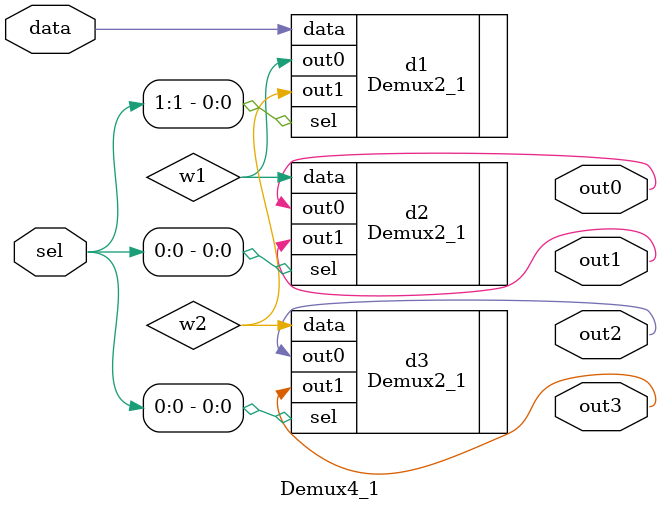
<source format=v>
module Demux4_1(
    input wire data,
    input wire[1:0] sel,
    output wire out0,out1,out2,out3
);
    wire w1,w2;
    Demux2_1 d1(.data(data), .sel(sel[1]), .out0(w1), .out1(w2));
    Demux2_1 d2(.data(w1), .sel(sel[0]), .out0(out0), .out1(out1));
    Demux2_1 d3(.data(w2), .sel(sel[0]), .out0(out2), .out1(out3));

endmodule
</source>
